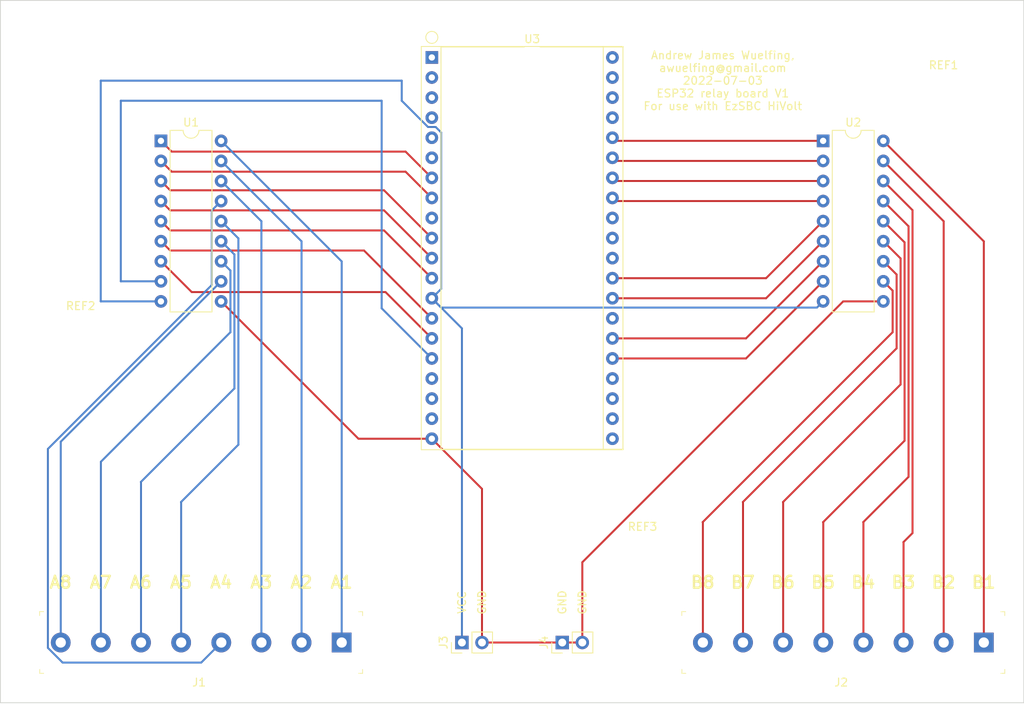
<source format=kicad_pcb>
(kicad_pcb (version 20211014) (generator pcbnew)
  (layers (0 "F.Cu" signal) (31 "B.Cu" signal) (34 "B.Paste" user) (35 "F.Paste" user) (36 "B.SilkS" user "B.Silkscreen") (37 "F.SilkS" user "F.Silkscreen") (38 "B.Mask" user) (39 "F.Mask" user) (44 "Edge.Cuts" user))
  (net 0 "")
  (net 1 "Net-(U1-Pad1)")
  (net 2 "Net-(U1-Pad2)")
  (net 3 "Net-(U1-Pad3)")
  (net 4 "Net-(U1-Pad4)")
  (net 5 "Net-(U1-Pad5)")
  (net 6 "Net-(U1-Pad6)")
  (net 7 "Net-(U1-Pad7)")
  (net 8 "Net-(U1-Pad8)")
  (net 9 "VCC")
  (net 10 "GND")
  (net 11 "Net-(J1-Pad8)")
  (net 12 "Net-(J1-Pad7)")
  (net 13 "Net-(J1-Pad6)")
  (net 14 "Net-(J1-Pad5)")
  (net 15 "Net-(J1-Pad4)")
  (net 16 "Net-(J1-Pad3)")
  (net 17 "Net-(J1-Pad2)")
  (net 18 "Net-(J1-Pad1)")
  (net 19 "Net-(U2-Pad1)")
  (net 20 "Net-(U2-Pad2)")
  (net 21 "Net-(U2-Pad3)")
  (net 22 "Net-(U2-Pad4)")
  (net 23 "Net-(U2-Pad5)")
  (net 24 "Net-(U2-Pad6)")
  (net 25 "Net-(U2-Pad7)")
  (net 26 "Net-(U2-Pad8)")
  (net 27 "Net-(J2-Pad8)")
  (net 28 "Net-(J2-Pad7)")
  (net 29 "Net-(J2-Pad6)")
  (net 30 "Net-(J2-Pad5)")
  (net 31 "Net-(J2-Pad4)")
  (net 32 "Net-(J2-Pad3)")
  (net 33 "Net-(J2-Pad2)")
  (net 34 "Net-(J2-Pad1)")
  (footprint "MountingHole:MountingHole_3.5mm" (layer "F.Cu") (at 142.24 60.96)
    (fp_text reference "REF1" (at 0 -4.5) (layer "F.SilkS"))
    (fp_text value "MountingHole_3.5mm")
    (pad "" np_thru_hole circle (at 0 0) (size 3.5 3.5) (drill 3.5) (layers *.Cu *.Mask))
  )
  (footprint "Package_DIP:DIP-18_W7.62mm" (layer "F.Cu") (at 127 66.04)
    (fp_text reference "U2" (at 3.81 -2.33) (layer "F.SilkS"))
    (fp_text value "UDN2981A")
    (fp_line (start 6.46 -1.33) (end 4.81 -1.33) (layer "F.SilkS") (width 0.12))
    (fp_line (start 1.16 21.65) (end 6.46 21.65) (layer "F.SilkS") (width 0.12))
    (fp_line (start 2.81 -1.33) (end 1.16 -1.33) (layer "F.SilkS") (width 0.12))
    (fp_line (start 1.16 -1.33) (end 1.16 21.65) (layer "F.SilkS") (width 0.12))
    (fp_line (start 6.46 21.65) (end 6.46 -1.33) (layer "F.SilkS") (width 0.12))
    (fp_arc (start 4.81 -1.33) (mid 3.81 -0.33) (end 2.81 -1.33) (layer "F.SilkS") (width 0.12))
    (pad "1" thru_hole rect (at 0 0) (size 1.6 1.6) (drill 0.8) (layers *.Cu *.Mask) (net 19 "Net-(U2-Pad1)"))
    (pad "2" thru_hole oval (at 0 2.54) (size 1.6 1.6) (drill 0.8) (layers *.Cu *.Mask) (net 20 "Net-(U2-Pad2)"))
    (pad "3" thru_hole oval (at 0 5.08) (size 1.6 1.6) (drill 0.8) (layers *.Cu *.Mask) (net 21 "Net-(U2-Pad3)"))
    (pad "4" thru_hole oval (at 0 7.62) (size 1.6 1.6) (drill 0.8) (layers *.Cu *.Mask) (net 22 "Net-(U2-Pad4)"))
    (pad "5" thru_hole oval (at 0 10.16) (size 1.6 1.6) (drill 0.8) (layers *.Cu *.Mask) (net 23 "Net-(U2-Pad5)"))
    (pad "6" thru_hole oval (at 0 12.7) (size 1.6 1.6) (drill 0.8) (layers *.Cu *.Mask) (net 24 "Net-(U2-Pad6)"))
    (pad "7" thru_hole oval (at 0 15.24) (size 1.6 1.6) (drill 0.8) (layers *.Cu *.Mask) (net 25 "Net-(U2-Pad7)"))
    (pad "8" thru_hole oval (at 0 17.78) (size 1.6 1.6) (drill 0.8) (layers *.Cu *.Mask) (net 26 "Net-(U2-Pad8)"))
    (pad "9" thru_hole oval (at 0 20.32) (size 1.6 1.6) (drill 0.8) (layers *.Cu *.Mask) (net 9 "VCC"))
    (pad "10" thru_hole oval (at 7.62 20.32) (size 1.6 1.6) (drill 0.8) (layers *.Cu *.Mask) (net 10 "GND"))
    (pad "11" thru_hole oval (at 7.62 17.78) (size 1.6 1.6) (drill 0.8) (layers *.Cu *.Mask) (net 27 "Net-(J2-Pad8)"))
    (pad "12" thru_hole oval (at 7.62 15.24) (size 1.6 1.6) (drill 0.8) (layers *.Cu *.Mask) (net 28 "Net-(J2-Pad7)"))
    (pad "13" thru_hole oval (at 7.62 12.7) (size 1.6 1.6) (drill 0.8) (layers *.Cu *.Mask) (net 29 "Net-(J2-Pad6)"))
    (pad "14" thru_hole oval (at 7.62 10.16) (size 1.6 1.6) (drill 0.8) (layers *.Cu *.Mask) (net 30 "Net-(J2-Pad5)"))
    (pad "15" thru_hole oval (at 7.62 7.62) (size 1.6 1.6) (drill 0.8) (layers *.Cu *.Mask) (net 31 "Net-(J2-Pad4)"))
    (pad "16" thru_hole oval (at 7.62 5.08) (size 1.6 1.6) (drill 0.8) (layers *.Cu *.Mask) (net 32 "Net-(J2-Pad3)"))
    (pad "17" thru_hole oval (at 7.62 2.54) (size 1.6 1.6) (drill 0.8) (layers *.Cu *.Mask) (net 33 "Net-(J2-Pad2)"))
    (pad "18" thru_hole oval (at 7.62 0) (size 1.6 1.6) (drill 0.8) (layers *.Cu *.Mask) (net 34 "Net-(J2-Pad1)"))
  )
  (footprint "Library:40pin 9row" (layer "F.Cu") (at 77.47 55.4835)
    (fp_text reference "U3" (at 12.7 -2.33) (layer "F.SilkS"))
    (fp_text value "EzSBC ESP32 HP dev board")
    (fp_line (start 24.24 -1.33) (end 13.7 -1.33) (layer "F.SilkS") (width 0.12))
    (fp_line (start 24.19 -1.39) (end -1.33 -1.39) (layer "F.SilkS") (width 0.12))
    (fp_line (start 1.16 -1.33) (end 1.16 49.59) (layer "F.SilkS") (width 0.12))
    (fp_line (start 24.19 49.65) (end 24.19 -1.39) (layer "F.SilkS") (width 0.12))
    (fp_line (start 1.16 49.59) (end 24.24 49.59) (layer "F.SilkS") (width 0.12))
    (fp_line (start 11.7 -1.33) (end 1.16 -1.33) (layer "F.SilkS") (width 0.12))
    (fp_line (start 21.7 49.59) (end 21.7 -1.33) (layer "F.SilkS") (width 0.12))
    (fp_line (start -1.33 -1.39) (end -1.33 49.65) (layer "F.SilkS") (width 0.12))
    (fp_line (start -1.33 49.65) (end 24.19 49.65) (layer "F.SilkS") (width 0.12))
    (fp_circle (center 0 -2.54) (end 0.762 -2.54) (layer "F.SilkS") (width 0.12) (fill none))
    (pad "1" thru_hole rect (at 0 0) (size 1.6 1.6) (drill 0.8) (layers *.Cu *.Mask))
    (pad "2" thru_hole oval (at 0 2.54) (size 1.6 1.6) (drill 0.8) (layers *.Cu *.Mask))
    (pad "3" thru_hole oval (at 0 5.08) (size 1.6 1.6) (drill 0.8) (layers *.Cu *.Mask))
    (pad "4" thru_hole oval (at 0 7.62) (size 1.6 1.6) (drill 0.8) (layers *.Cu *.Mask))
    (pad "5" thru_hole oval (at 0 10.16) (size 1.6 1.6) (drill 0.8) (layers *.Cu *.Mask))
    (pad "6" thru_hole oval (at 0 12.7) (size 1.6 1.6) (drill 0.8) (layers *.Cu *.Mask))
    (pad "7" thru_hole oval (at 0 15.24) (size 1.6 1.6) (drill 0.8) (layers *.Cu *.Mask) (net 1 "Net-(U1-Pad1)"))
    (pad "8" thru_hole oval (at 0 17.78) (size 1.6 1.6) (drill 0.8) (layers *.Cu *.Mask) (net 2 "Net-(U1-Pad2)"))
    (pad "9" thru_hole oval (at 0 20.32) (size 1.6 1.6) (drill 0.8) (layers *.Cu *.Mask))
    (pad "10" thru_hole oval (at 0 22.86) (size 1.6 1.6) (drill 0.8) (layers *.Cu *.Mask) (net 3 "Net-(U1-Pad3)"))
    (pad "11" thru_hole oval (at 0 25.4) (size 1.6 1.6) (drill 0.8) (layers *.Cu *.Mask) (net 4 "Net-(U1-Pad4)"))
    (pad "12" thru_hole oval (at 0 27.94) (size 1.6 1.6) (drill 0.8) (layers *.Cu *.Mask) (net 5 "Net-(U1-Pad5)"))
    (pad "13" thru_hole oval (at 0 30.48) (size 1.6 1.6) (drill 0.8) (layers *.Cu *.Mask) (net 9 "VCC"))
    (pad "14" thru_hole oval (at 0 33.02) (size 1.6 1.6) (drill 0.8) (layers *.Cu *.Mask) (net 6 "Net-(U1-Pad6)"))
    (pad "15" thru_hole oval (at 0 35.56) (size 1.6 1.6) (drill 0.8) (layers *.Cu *.Mask) (net 7 "Net-(U1-Pad7)"))
    (pad "16" thru_hole oval (at 0 38.1) (size 1.6 1.6) (drill 0.8) (layers *.Cu *.Mask) (net 8 "Net-(U1-Pad8)"))
    (pad "17" thru_hole oval (at 0 40.64) (size 1.6 1.6) (drill 0.8) (layers *.Cu *.Mask))
    (pad "18" thru_hole oval (at 0 43.18) (size 1.6 1.6) (drill 0.8) (layers *.Cu *.Mask))
    (pad "19" thru_hole oval (at 0 45.72) (size 1.6 1.6) (drill 0.8) (layers *.Cu *.Mask))
    (pad "20" thru_hole oval (at 0 48.26) (size 1.6 1.6) (drill 0.8) (layers *.Cu *.Mask) (net 10 "GND"))
    (pad "21" thru_hole oval (at 22.86 48.26) (size 1.6 1.6) (drill 0.8) (layers *.Cu *.Mask))
    (pad "22" thru_hole oval (at 22.86 45.72) (size 1.6 1.6) (drill 0.8) (layers *.Cu *.Mask))
    (pad "23" thru_hole oval (at 22.86 43.18) (size 1.6 1.6) (drill 0.8) (layers *.Cu *.Mask))
    (pad "24" thru_hole oval (at 22.86 40.64) (size 1.6 1.6) (drill 0.8) (layers *.Cu *.Mask))
    (pad "25" thru_hole oval (at 22.86 38.1) (size 1.6 1.6) (drill 0.8) (layers *.Cu *.Mask) (net 26 "Net-(U2-Pad8)"))
    (pad "26" thru_hole oval (at 22.86 35.56) (size 1.6 1.6) (drill 0.8) (layers *.Cu *.Mask) (net 25 "Net-(U2-Pad7)"))
    (pad "27" thru_hole oval (at 22.86 33.02) (size 1.6 1.6) (drill 0.8) (layers *.Cu *.Mask))
    (pad "28" thru_hole oval (at 22.86 30.48) (size 1.6 1.6) (drill 0.8) (layers *.Cu *.Mask) (net 24 "Net-(U2-Pad6)"))
    (pad "29" thru_hole oval (at 22.86 27.94) (size 1.6 1.6) (drill 0.8) (layers *.Cu *.Mask) (net 23 "Net-(U2-Pad5)"))
    (pad "30" thru_hole oval (at 22.86 25.4) (size 1.6 1.6) (drill 0.8) (layers *.Cu *.Mask))
    (pad "31" thru_hole oval (at 22.86 22.86) (size 1.6 1.6) (drill 0.8) (layers *.Cu *.Mask))
    (pad "32" thru_hole oval (at 22.86 20.32) (size 1.6 1.6) (drill 0.8) (layers *.Cu *.Mask))
    (pad "33" thru_hole oval (at 22.86 17.78) (size 1.6 1.6) (drill 0.8) (layers *.Cu *.Mask) (net 22 "Net-(U2-Pad4)"))
    (pad "34" thru_hole oval (at 22.86 15.24) (size 1.6 1.6) (drill 0.8) (layers *.Cu *.Mask) (net 21 "Net-(U2-Pad3)"))
    (pad "35" thru_hole oval (at 22.86 12.7) (size 1.6 1.6) (drill 0.8) (layers *.Cu *.Mask) (net 20 "Net-(U2-Pad2)"))
    (pad "36" thru_hole oval (at 22.86 10.16) (size 1.6 1.6) (drill 0.8) (layers *.Cu *.Mask) (net 19 "Net-(U2-Pad1)"))
    (pad "37" thru_hole oval (at 22.86 7.62) (size 1.6 1.6) (drill 0.8) (layers *.Cu *.Mask))
    (pad "38" thru_hole oval (at 22.86 5.08) (size 1.6 1.6) (drill 0.8) (layers *.Cu *.Mask))
    (pad "39" thru_hole oval (at 22.86 2.54) (size 1.6 1.6) (drill 0.8) (layers *.Cu *.Mask))
    (pad "40" thru_hole oval (at 22.86 0) (size 1.6 1.6) (drill 0.8) (layers *.Cu *.Mask))
  )
  (footprint "digikey-footprints:Term_Block_1x8_P5.08mm" (layer "F.Cu") (at 147.34 129.54 180)
    (fp_text reference "J2" (at 18.05 -5.05) (layer "F.SilkS"))
    (fp_text value "Screw_Terminal_01x08")
    (fp_line (start -2.65 3.4) (end -2.65 3.9) (layer "F.SilkS") (width 0.1))
    (fp_line (start 38.22 -3.9) (end 37.72 -3.9) (layer "F.SilkS") (width 0.1))
    (fp_line (start 38.22 -3.9) (end 38.22 -3.4) (layer "F.SilkS") (width 0.1))
    (fp_line (start -2.65 -3.9) (end -2.15 -3.9) (layer "F.SilkS") (width 0.1))
    (fp_line (start -2.65 -3.9) (end -2.65 -3.4) (layer "F.SilkS") (width 0.1))
    (fp_line (start -2.65 3.9) (end -2.15 3.9) (layer "F.SilkS") (width 0.1))
    (fp_line (start 38.23 3.41) (end 38.23 3.91) (layer "F.SilkS") (width 0.1))
    (fp_line (start 38.23 3.91) (end 37.73 3.91) (layer "F.SilkS") (width 0.1))
    (pad "1" thru_hole rect locked (at 0 0 180) (size 2.5 2.5) (drill 1.3) (layers *.Cu *.Mask) (net 34 "Net-(J2-Pad1)"))
    (pad "2" thru_hole circle locked (at 5.08 0 180) (size 2.5 2.5) (drill 1.3) (layers *.Cu *.Mask) (net 33 "Net-(J2-Pad2)"))
    (pad "3" thru_hole circle locked (at 10.16 0 180) (size 2.5 2.5) (drill 1.3) (layers *.Cu *.Mask) (net 32 "Net-(J2-Pad3)"))
    (pad "4" thru_hole circle locked (at 15.24 0 180) (size 2.5 2.5) (drill 1.3) (layers *.Cu *.Mask) (net 31 "Net-(J2-Pad4)"))
    (pad "5" thru_hole circle locked (at 20.32 0 180) (size 2.5 2.5) (drill 1.3) (layers *.Cu *.Mask) (net 30 "Net-(J2-Pad5)"))
    (pad "6" thru_hole circle locked (at 25.4 0 180) (size 2.5 2.5) (drill 1.3) (layers *.Cu *.Mask) (net 29 "Net-(J2-Pad6)"))
    (pad "7" thru_hole circle locked (at 30.48 0 180) (size 2.5 2.5) (drill 1.3) (layers *.Cu *.Mask) (net 28 "Net-(J2-Pad7)"))
    (pad "8" thru_hole circle locked (at 35.56 0 180) (size 2.5 2.5) (drill 1.3) (layers *.Cu *.Mask) (net 27 "Net-(J2-Pad8)"))
  )
  (footprint "MountingHole:MountingHole_3.5mm" (layer "F.Cu") (at 104.14 119.38)
    (fp_text reference "REF3" (at 0 -4.5) (layer "F.SilkS"))
    (fp_text value "MountingHole_3.5mm")
    (pad "" np_thru_hole circle (at 0 0) (size 3.5 3.5) (drill 3.5) (layers *.Cu *.Mask))
  )
  (footprint "digikey-footprints:Term_Block_1x8_P5.08mm" (layer "F.Cu") (at 66.06 129.54 180)
    (fp_text reference "J1" (at 18.05 -5.05) (layer "F.SilkS"))
    (fp_text value "Screw_Terminal_01x08")
    (fp_line (start -2.65 -3.9) (end -2.15 -3.9) (layer "F.SilkS") (width 0.1))
    (fp_line (start -2.65 3.4) (end -2.65 3.9) (layer "F.SilkS") (width 0.1))
    (fp_line (start 38.23 3.41) (end 38.23 3.91) (layer "F.SilkS") (width 0.1))
    (fp_line (start 38.22 -3.9) (end 38.22 -3.4) (layer "F.SilkS") (width 0.1))
    (fp_line (start -2.65 -3.9) (end -2.65 -3.4) (layer "F.SilkS") (width 0.1))
    (fp_line (start 38.23 3.91) (end 37.73 3.91) (layer "F.SilkS") (width 0.1))
    (fp_line (start 38.22 -3.9) (end 37.72 -3.9) (layer "F.SilkS") (width 0.1))
    (fp_line (start -2.65 3.9) (end -2.15 3.9) (layer "F.SilkS") (width 0.1))
    (pad "1" thru_hole rect locked (at 0 0 180) (size 2.5 2.5) (drill 1.3) (layers *.Cu *.Mask) (net 18 "Net-(J1-Pad1)"))
    (pad "2" thru_hole circle locked (at 5.08 0 180) (size 2.5 2.5) (drill 1.3) (layers *.Cu *.Mask) (net 17 "Net-(J1-Pad2)"))
    (pad "3" thru_hole circle locked (at 10.16 0 180) (size 2.5 2.5) (drill 1.3) (layers *.Cu *.Mask) (net 16 "Net-(J1-Pad3)"))
    (pad "4" thru_hole circle locked (at 15.24 0 180) (size 2.5 2.5) (drill 1.3) (layers *.Cu *.Mask) (net 15 "Net-(J1-Pad4)"))
    (pad "5" thru_hole circle locked (at 20.32 0 180) (size 2.5 2.5) (drill 1.3) (layers *.Cu *.Mask) (net 14 "Net-(J1-Pad5)"))
    (pad "6" thru_hole circle locked (at 25.4 0 180) (size 2.5 2.5) (drill 1.3) (layers *.Cu *.Mask) (net 13 "Net-(J1-Pad6)"))
    (pad "7" thru_hole circle locked (at 30.48 0 180) (size 2.5 2.5) (drill 1.3) (layers *.Cu *.Mask) (net 12 "Net-(J1-Pad7)"))
    (pad "8" thru_hole circle locked (at 35.56 0 180) (size 2.5 2.5) (drill 1.3) (layers *.Cu *.Mask) (net 11 "Net-(J1-Pad8)"))
  )
  (footprint "MountingHole:MountingHole_3.5mm" (layer "F.Cu") (at 33.02 91.44)
    (fp_text reference "REF2" (at 0 -4.5) (layer "F.SilkS"))
    (fp_text value "MountingHole_3.5mm")
    (pad "" np_thru_hole circle (at 0 0) (size 3.5 3.5) (drill 3.5) (layers *.Cu *.Mask))
  )
  (footprint "Package_DIP:DIP-18_W7.62mm" (layer "F.Cu") (at 43.18 66.04)
    (fp_text reference "U1" (at 3.81 -2.33) (layer "F.SilkS"))
    (fp_text value "UDN2981A")
    (fp_line (start 6.46 -1.33) (end 4.81 -1.33) (layer "F.SilkS") (width 0.12))
    (fp_line (start 2.81 -1.33) (end 1.16 -1.33) (layer "F.SilkS") (width 0.12))
    (fp_line (start 1.16 -1.33) (end 1.16 21.65) (layer "F.SilkS") (width 0.12))
    (fp_line (start 6.46 21.65) (end 6.46 -1.33) (layer "F.SilkS") (width 0.12))
    (fp_line (start 1.16 21.65) (end 6.46 21.65) (layer "F.SilkS") (width 0.12))
    (fp_arc (start 4.81 -1.33) (mid 3.81 -0.33) (end 2.81 -1.33) (layer "F.SilkS") (width 0.12))
    (pad "1" thru_hole rect (at 0 0) (size 1.6 1.6) (drill 0.8) (layers *.Cu *.Mask) (net 1 "Net-(U1-Pad1)"))
    (pad "2" thru_hole oval (at 0 2.54) (size 1.6 1.6) (drill 0.8) (layers *.Cu *.Mask) (net 2 "Net-(U1-Pad2)"))
    (pad "3" thru_hole oval (at 0 5.08) (size 1.6 1.6) (drill 0.8) (layers *.Cu *.Mask) (net 3 "Net-(U1-Pad3)"))
    (pad "4" thru_hole oval (at 0 7.62) (size 1.6 1.6) (drill 0.8) (layers *.Cu *.Mask) (net 4 "Net-(U1-Pad4)"))
    (pad "5" thru_hole oval (at 0 10.16) (size 1.6 1.6) (drill 0.8) (layers *.Cu *.Mask) (net 5 "Net-(U1-Pad5)"))
    (pad "6" thru_hole oval (at 0 12.7) (size 1.6 1.6) (drill 0.8) (layers *.Cu *.Mask) (net 6 "Net-(U1-Pad6)"))
    (pad "7" thru_hole oval (at 0 15.24) (size 1.6 1.6) (drill 0.8) (layers *.Cu *.Mask) (net 7 "Net-(U1-Pad7)"))
    (pad "8" thru_hole oval (at 0 17.78) (size 1.6 1.6) (drill 0.8) (layers *.Cu *.Mask) (net 8 "Net-(U1-Pad8)"))
    (pad "9" thru_hole oval (at 0 20.32) (size 1.6 1.6) (drill 0.8) (layers *.Cu *.Mask) (net 9 "VCC"))
    (pad "10" thru_hole oval (at 7.62 20.32) (size 1.6 1.6) (drill 0.8) (layers *.Cu *.Mask) (net 10 "GND"))
    (pad "11" thru_hole oval (at 7.62 17.78) (size 1.6 1.6) (drill 0.8) (layers *.Cu *.Mask) (net 11 "Net-(J1-Pad8)"))
    (pad "12" thru_hole oval (at 7.62 15.24) (size 1.6 1.6) (drill 0.8) (layers *.Cu *.Mask) (net 12 "Net-(J1-Pad7)"))
    (pad "13" thru_hole oval (at 7.62 12.7) (size 1.6 1.6) (drill 0.8) (layers *.Cu *.Mask) (net 13 "Net-(J1-Pad6)"))
    (pad "14" thru_hole oval (at 7.62 10.16) (size 1.6 1.6) (drill 0.8) (layers *.Cu *.Mask) (net 14 "Net-(J1-Pad5)"))
    (pad "15" thru_hole oval (at 7.62 7.62) (size 1.6 1.6) (drill 0.8) (layers *.Cu *.Mask) (net 15 "Net-(J1-Pad4)"))
    (pad "16" thru_hole oval (at 7.62 5.08) (size 1.6 1.6) (drill 0.8) (layers *.Cu *.Mask) (net 16 "Net-(J1-Pad3)"))
    (pad "17" thru_hole oval (at 7.62 2.54) (size 1.6 1.6) (drill 0.8) (layers *.Cu *.Mask) (net 17 "Net-(J1-Pad2)"))
    (pad "18" thru_hole oval (at 7.62 0) (size 1.6 1.6) (drill 0.8) (layers *.Cu *.Mask) (net 18 "Net-(J1-Pad1)"))
  )
  (footprint "Connector_PinHeader_2.54mm:PinHeader_1x02_P2.54mm_Vertical" (layer "F.Cu") (at 81.28 129.54 90)
    (fp_text reference "J3" (at 0 -2.33 90) (layer "F.SilkS"))
    (fp_text value "Screw_Terminal_01x02")
    (fp_line (start -1.33 3.87) (end 1.33 3.87) (layer "F.SilkS") (width 0.12))
    (fp_line (start -1.33 -1.33) (end 0 -1.33) (layer "F.SilkS") (width 0.12))
    (fp_line (start -1.33 1.27) (end 1.33 1.27) (layer "F.SilkS") (width 0.12))
    (fp_line (start -1.33 0) (end -1.33 -1.33) (layer "F.SilkS") (width 0.12))
    (fp_line (start 1.33 1.27) (end 1.33 3.87) (layer "F.SilkS") (width 0.12))
    (fp_line (start -1.33 1.27) (end -1.33 3.87) (layer "F.SilkS") (width 0.12))
    (pad "1" thru_hole rect (at 0 0 90) (size 1.7 1.7) (drill 1) (layers *.Cu *.Mask) (net 9 "VCC"))
    (pad "2" thru_hole oval (at 0 2.54 90) (size 1.7 1.7) (drill 1) (layers *.Cu *.Mask) (net 10 "GND"))
  )
  (footprint "Connector_PinHeader_2.54mm:PinHeader_1x02_P2.54mm_Vertical" (layer "F.Cu") (at 93.98 129.54 90)
    (fp_text reference "J4" (at 0 -2.33 90) (layer "F.SilkS"))
    (fp_text value "Screw_Terminal_01x02")
    (fp_line (start -1.33 -1.33) (end 0 -1.33) (layer "F.SilkS") (width 0.12))
    (fp_line (start -1.33 3.87) (end 1.33 3.87) (layer "F.SilkS") (width 0.12))
    (fp_line (start 1.33 1.27) (end 1.33 3.87) (layer "F.SilkS") (width 0.12))
    (fp_line (start -1.33 1.27) (end -1.33 3.87) (layer "F.SilkS") (width 0.12))
    (fp_line (start -1.33 1.27) (end 1.33 1.27) (layer "F.SilkS") (width 0.12))
    (fp_line (start -1.33 0) (end -1.33 -1.33) (layer "F.SilkS") (width 0.12))
    (pad "1" thru_hole rect (at 0 0 90) (size 1.7 1.7) (drill 1) (layers *.Cu *.Mask) (net 10 "GND"))
    (pad "2" thru_hole oval (at 0 2.54 90) (size 1.7 1.7) (drill 1) (layers *.Cu *.Mask) (net 10 "GND"))
  )
  (gr_line (start 152.4 137.16) (end 152.4 48.26) (layer "Edge.Cuts") (width 0.1))
  (gr_line (start 22.86 137.16) (end 152.4 137.16) (layer "Edge.Cuts") (width 0.1))
  (gr_line (start 22.86 48.26) (end 22.86 137.16) (layer "Edge.Cuts") (width 0.1))
  (gr_line (start 152.4 48.26) (end 22.86 48.26) (layer "Edge.Cuts") (width 0.1))
  (gr_line (start 152.4 137.16) (end 152.4 137.16) (layer "Edge.Cuts") (width 0.1))
  (gr_text "B3" (at 137.16 121.92) (layer "F.SilkS") (effects (font (size 1.5 1.5) (thickness 0.3))))
  (gr_text "GND" (at 83.82 124.46 90) (layer "F.SilkS") (effects (font (size 1 1))))
  (gr_text "B7" (at 116.84 121.92) (layer "F.SilkS") (effects (font (size 1.5 1.5) (thickness 0.3))))
  (gr_text "A4" (at 50.8 121.92) (layer "F.SilkS") (effects (font (size 1.5 1.5) (thickness 0.3))))
  (gr_text "VCC" (at 81.28 124.46 90) (layer "F.SilkS") (effects (font (size 1 1))))
  (gr_text "A3" (at 55.88 121.92) (layer "F.SilkS") (effects (font (size 1.5 1.5) (thickness 0.3))))
  (gr_text "B1" (at 147.32 121.92) (layer "F.SilkS") (effects (font (size 1.5 1.5) (thickness 0.3))))
  (gr_text "GND" (at 93.98 124.46 90) (layer "F.SilkS") (effects (font (size 1 1))))
  (gr_text "B5" (at 127 121.92) (layer "F.SilkS") (effects (font (size 1.5 1.5) (thickness 0.3))))
  (gr_text "A2" (at 60.96 121.92) (layer "F.SilkS") (effects (font (size 1.5 1.5) (thickness 0.3))))
  (gr_text "B8" (at 111.76 121.92) (layer "F.SilkS") (effects (font (size 1.5 1.5) (thickness 0.3))))
  (gr_text "A7" (at 35.56 121.92) (layer "F.SilkS") (effects (font (size 1.5 1.5) (thickness 0.3))))
  (gr_text "A5" (at 45.72 121.92) (layer "F.SilkS") (effects (font (size 1.5 1.5) (thickness 0.3))))
  (gr_text "B4" (at 132.08 121.92) (layer "F.SilkS") (effects (font (size 1.5 1.5) (thickness 0.3))))
  (gr_text "Andrew James Wuelfing,\nawuelfing@gmail.com\n2022-07-03\nESP32 relay board V1\nFor use with EzSBC HiVolt" (at 114.3 58.42) (layer "F.SilkS") (effects (font (size 1 1))))
  (gr_text "A6" (at 40.64 121.92) (layer "F.SilkS") (effects (font (size 1.5 1.5) (thickness 0.3))))
  (gr_text "A8" (at 30.48 121.92) (layer "F.SilkS") (effects (font (size 1.5 1.5) (thickness 0.3))))
  (gr_text "GND" (at 96.52 124.46 90) (layer "F.SilkS") (effects (font (size 1 1))))
  (gr_text "B2" (at 142.24 121.92) (layer "F.SilkS") (effects (font (size 1.5 1.5) (thickness 0.3))))
  (gr_text "A1" (at 66.04 121.92) (layer "F.SilkS") (effects (font (size 1.5 1.5) (thickness 0.3))))
  (gr_text "B6" (at 121.92 121.92) (layer "F.SilkS") (effects (font (size 1.5 1.5) (thickness 0.3))))
  (segment (start 74.147989 67.401489) (end 44.541489 67.401489) (width 0.25) (layer "F.Cu") (net 1))
  (segment (start 44.541489 67.401489) (end 43.18 66.04) (width 0.25) (layer "F.Cu") (net 1))
  (segment (start 77.47 70.7235) (end 74.147989 67.401489) (width 0.25) (layer "F.Cu") (net 1))
  (segment (start 44.541489 69.941489) (end 43.18 68.58) (width 0.25) (layer "F.Cu") (net 2))
  (segment (start 74.147989 69.941489) (end 44.541489 69.941489) (width 0.25) (layer "F.Cu") (net 2))
  (segment (start 77.47 73.2635) (end 74.147989 69.941489) (width 0.25) (layer "F.Cu") (net 2))
  (segment (start 77.47 78.3435) (end 71.425011 72.298511) (width 0.25) (layer "F.Cu") (net 3))
  (segment (start 71.425011 72.298511) (end 44.358511 72.298511) (width 0.25) (layer "F.Cu") (net 3))
  (segment (start 44.358511 72.298511) (end 43.18 71.12) (width 0.25) (layer "F.Cu") (net 3))
  (segment (start 44.358511 74.838511) (end 43.18 73.66) (width 0.25) (layer "F.Cu") (net 4))
  (segment (start 77.47 80.8835) (end 71.425011 74.838511) (width 0.25) (layer "F.Cu") (net 4))
  (segment (start 71.425011 74.838511) (end 44.358511 74.838511) (width 0.25) (layer "F.Cu") (net 4))
  (segment (start 71.425011 77.378511) (end 44.358511 77.378511) (width 0.25) (layer "F.Cu") (net 5))
  (segment (start 77.47 83.4235) (end 71.425011 77.378511) (width 0.25) (layer "F.Cu") (net 5))
  (segment (start 44.358511 77.378511) (end 43.18 76.2) (width 0.25) (layer "F.Cu") (net 5))
  (segment (start 44.358511 79.918511) (end 43.18 78.74) (width 0.25) (layer "F.Cu") (net 6))
  (segment (start 77.47 88.5035) (end 68.885011 79.918511) (width 0.25) (layer "F.Cu") (net 6))
  (segment (start 68.885011 79.918511) (end 44.358511 79.918511) (width 0.25) (layer "F.Cu") (net 6))
  (segment (start 77.47 91.0435) (end 71.607989 85.181489) (width 0.25) (layer "F.Cu") (net 7))
  (segment (start 71.607989 85.181489) (end 47.081489 85.181489) (width 0.25) (layer "F.Cu") (net 7))
  (segment (start 47.081489 85.181489) (end 43.18 81.28) (width 0.25) (layer "F.Cu") (net 7))
  (segment (start 71.12 60.96) (end 38.1 60.96) (width 0.25) (layer "B.Cu") (net 8))
  (segment (start 77.47 93.5835) (end 71.12 87.2335) (width 0.25) (layer "B.Cu") (net 8))
  (segment (start 38.1 83.82) (end 43.18 83.82) (width 0.25) (layer "B.Cu") (net 8))
  (segment (start 71.12 87.2335) (end 71.12 60.96) (width 0.25) (layer "B.Cu") (net 8))
  (segment (start 38.1 60.96) (end 38.1 83.82) (width 0.25) (layer "B.Cu") (net 8))
  (segment (start 81.28 89.7735) (end 77.47 85.9635) (width 0.25) (layer "B.Cu") (net 9))
  (segment (start 78.648511 84.784989) (end 77.47 85.9635) (width 0.25) (layer "B.Cu") (net 9))
  (segment (start 73.66 60.960167) (end 76.981844 64.282011) (width 0.25) (layer "B.Cu") (net 9))
  (segment (start 35.56 86.36) (end 35.56 58.42) (width 0.25) (layer "B.Cu") (net 9))
  (segment (start 43.18 86.36) (end 35.56 86.36) (width 0.25) (layer "B.Cu") (net 9))
  (segment (start 77.47 85.9635) (end 78.648511 87.142011) (width 0.25) (layer "B.Cu") (net 9))
  (segment (start 76.981844 64.282011) (end 77.958156 64.282011) (width 0.25) (layer "B.Cu") (net 9))
  (segment (start 77.958156 64.282011) (end 78.648511 64.972366) (width 0.25) (layer "B.Cu") (net 9))
  (segment (start 126.217989 87.142011) (end 127 86.36) (width 0.25) (layer "B.Cu") (net 9))
  (segment (start 35.56 58.42) (end 73.66 58.42) (width 0.25) (layer "B.Cu") (net 9))
  (segment (start 73.66 58.42) (end 73.66 60.960167) (width 0.25) (layer "B.Cu") (net 9))
  (segment (start 78.648511 87.142011) (end 126.217989 87.142011) (width 0.25) (layer "B.Cu") (net 9))
  (segment (start 78.648511 64.972366) (end 78.648511 84.784989) (width 0.25) (layer "B.Cu") (net 9))
  (segment (start 81.28 129.54) (end 81.28 89.7735) (width 0.25) (layer "B.Cu") (net 9))
  (segment (start 96.52 129.54) (end 93.98 129.54) (width 0.25) (layer "F.Cu") (net 10))
  (segment (start 93.98 129.54) (end 83.82 129.54) (width 0.25) (layer "F.Cu") (net 10))
  (segment (start 68.1835 103.7435) (end 50.8 86.36) (width 0.25) (layer "F.Cu") (net 10))
  (segment (start 129.54 86.36) (end 96.52 119.38) (width 0.25) (layer "F.Cu") (net 10))
  (segment (start 134.62 86.36) (end 129.54 86.36) (width 0.25) (layer "F.Cu") (net 10))
  (segment (start 83.82 110.0935) (end 77.47 103.7435) (width 0.25) (layer "F.Cu") (net 10))
  (segment (start 77.47 103.7435) (end 68.1835 103.7435) (width 0.25) (layer "F.Cu") (net 10))
  (segment (start 96.52 119.38) (end 96.52 129.54) (width 0.25) (layer "F.Cu") (net 10))
  (segment (start 83.82 129.54) (end 83.82 110.0935) (width 0.25) (layer "F.Cu") (net 10))
  (segment (start 30.5 104.12) (end 30.5 129.54) (width 0.25) (layer "B.Cu") (net 11))
  (segment (start 50.8 83.82) (end 30.5 104.12) (width 0.25) (layer "B.Cu") (net 11))
  (segment (start 50.8 81.28) (end 51.978511 82.458511) (width 0.25) (layer "B.Cu") (net 12))
  (segment (start 35.58 106.66) (end 35.58 129.54) (width 0.25) (layer "B.Cu") (net 12))
  (segment (start 51.978511 90.261489) (end 35.58 106.66) (width 0.25) (layer "B.Cu") (net 12))
  (segment (start 51.978511 82.458511) (end 51.978511 90.261489) (width 0.25) (layer "B.Cu") (net 12))
  (segment (start 40.64 109.22) (end 40.66 109.24) (width 0.25) (layer "B.Cu") (net 13))
  (segment (start 52.48203 97.37797) (end 40.64 109.22) (width 0.25) (layer "B.Cu") (net 13))
  (segment (start 52.48203 80.42203) (end 52.48203 97.37797) (width 0.25) (layer "B.Cu") (net 13))
  (segment (start 50.8 78.74) (end 52.48203 80.42203) (width 0.25) (layer "B.Cu") (net 13))
  (segment (start 40.66 109.24) (end 40.66 129.54) (width 0.25) (layer "B.Cu") (net 13))
  (segment (start 50.8 76.2) (end 52.985549 78.385549) (width 0.25) (layer "B.Cu") (net 14))
  (segment (start 45.74 111.78) (end 45.74 129.54) (width 0.25) (layer "B.Cu") (net 14))
  (segment (start 52.985549 104.494451) (end 45.72 111.76) (width 0.25) (layer "B.Cu") (net 14))
  (segment (start 45.72 111.76) (end 45.74 111.78) (width 0.25) (layer "B.Cu") (net 14))
  (segment (start 52.985549 78.385549) (end 52.985549 104.494451) (width 0.25) (layer "B.Cu") (net 14))
  (segment (start 49.621489 74.838511) (end 49.621489 84.286427) (width 0.25) (layer "B.Cu") (net 15))
  (segment (start 50.8 73.66) (end 49.621489 74.838511) (width 0.25) (layer "B.Cu") (net 15))
  (segment (start 49.621489 84.286427) (end 28.871489 105.036427) (width 0.25) (layer "B.Cu") (net 15))
  (segment (start 28.871489 105.036427) (end 28.871489 130.214552) (width 0.25) (layer "B.Cu") (net 15))
  (segment (start 30.736937 132.08) (end 48.28 132.08) (width 0.25) (layer "B.Cu") (net 15))
  (segment (start 28.871489 130.214552) (end 30.736937 132.08) (width 0.25) (layer "B.Cu") (net 15))
  (segment (start 48.28 132.08) (end 50.82 129.54) (width 0.25) (layer "B.Cu") (net 15))
  (segment (start 55.9 76.22) (end 55.9 129.54) (width 0.25) (layer "B.Cu") (net 16))
  (segment (start 50.8 71.12) (end 55.9 76.22) (width 0.25) (layer "B.Cu") (net 16))
  (segment (start 60.98 78.76) (end 60.98 129.54) (width 0.25) (layer "B.Cu") (net 17))
  (segment (start 50.8 68.58) (end 60.98 78.76) (width 0.25) (layer "B.Cu") (net 17))
  (segment (start 50.8 66.04) (end 66.06 81.3) (width 0.25) (layer "B.Cu") (net 18))
  (segment (start 66.06 81.3) (end 66.06 129.54) (width 0.25) (layer "B.Cu") (net 18))
  (segment (start 100.7265 66.04) (end 100.33 65.6435) (width 0.25) (layer "F.Cu") (net 19))
  (segment (start 127 66.04) (end 100.7265 66.04) (width 0.25) (layer "F.Cu") (net 19))
  (segment (start 127 68.58) (end 100.7265 68.58) (width 0.25) (layer "F.Cu") (net 20))
  (segment (start 100.7265 68.58) (end 100.33 68.1835) (width 0.25) (layer "F.Cu") (net 20))
  (segment (start 127 71.12) (end 100.7265 71.12) (width 0.25) (layer "F.Cu") (net 21))
  (segment (start 100.7265 71.12) (end 100.33 70.7235) (width 0.25) (layer "F.Cu") (net 21))
  (segment (start 100.7265 73.66) (end 100.33 73.2635) (width 0.25) (layer "F.Cu") (net 22))
  (segment (start 127 73.66) (end 100.7265 73.66) (width 0.25) (layer "F.Cu") (net 22))
  (segment (start 100.33 83.4235) (end 119.7765 83.4235) (width 0.25) (layer "F.Cu") (net 23))
  (segment (start 119.7765 83.4235) (end 127 76.2) (width 0.25) (layer "F.Cu") (net 23))
  (segment (start 119.7765 85.9635) (end 127 78.74) (width 0.25) (layer "F.Cu") (net 24))
  (segment (start 100.33 85.9635) (end 119.7765 85.9635) (width 0.25) (layer "F.Cu") (net 24))
  (segment (start 100.33 91.0435) (end 117.2365 91.0435) (width 0.25) (layer "F.Cu") (net 25))
  (segment (start 117.2365 91.0435) (end 127 81.28) (width 0.25) (layer "F.Cu") (net 25))
  (segment (start 100.33 93.5835) (end 117.2365 93.5835) (width 0.25) (layer "F.Cu") (net 26))
  (segment (start 117.2365 93.5835) (end 127 83.82) (width 0.25) (layer "F.Cu") (net 26))
  (segment (start 111.76 114.3) (end 111.78 114.32) (width 0.25) (layer "F.Cu") (net 27))
  (segment (start 111.78 114.32) (end 111.78 129.54) (width 0.25) (layer "F.Cu") (net 27))
  (segment (start 135.798511 90.261489) (end 111.76 114.3) (width 0.25) (layer "F.Cu") (net 27))
  (segment (start 135.798511 84.998511) (end 135.798511 90.261489) (width 0.25) (layer "F.Cu") (net 27))
  (segment (start 134.62 83.82) (end 135.798511 84.998511) (width 0.25) (layer "F.Cu") (net 27))
  (segment (start 136.30203 82.96203) (end 136.30203 92.29797) (width 0.25) (layer "F.Cu") (net 28))
  (segment (start 136.30203 92.29797) (end 116.84 111.76) (width 0.25) (layer "F.Cu") (net 28))
  (segment (start 116.84 111.76) (end 116.86 111.78) (width 0.25) (layer "F.Cu") (net 28))
  (segment (start 116.86 111.78) (end 116.86 129.54) (width 0.25) (layer "F.Cu") (net 28))
  (segment (start 134.62 81.28) (end 136.30203 82.96203) (width 0.25) (layer "F.Cu") (net 28))
  (segment (start 136.805549 96.874451) (end 121.92 111.76) (width 0.25) (layer "F.Cu") (net 29))
  (segment (start 121.94 111.78) (end 121.94 129.54) (width 0.25) (layer "F.Cu") (net 29))
  (segment (start 136.805549 80.925549) (end 136.805549 96.874451) (width 0.25) (layer "F.Cu") (net 29))
  (segment (start 121.92 111.76) (end 121.94 111.78) (width 0.25) (layer "F.Cu") (net 29))
  (segment (start 134.62 78.74) (end 136.805549 80.925549) (width 0.25) (layer "F.Cu") (net 29))
  (segment (start 137.309069 78.889069) (end 137.309069 103.990931) (width 0.25) (layer "F.Cu") (net 30))
  (segment (start 137.309069 103.990931) (end 127 114.3) (width 0.25) (layer "F.Cu") (net 30))
  (segment (start 134.62 76.2) (end 137.309069 78.889069) (width 0.25) (layer "F.Cu") (net 30))
  (segment (start 127 114.3) (end 127.02 114.32) (width 0.25) (layer "F.Cu") (net 30))
  (segment (start 127.02 114.32) (end 127.02 129.54) (width 0.25) (layer "F.Cu") (net 30))
  (segment (start 137.812588 76.852588) (end 137.812588 108.567412) (width 0.25) (layer "F.Cu") (net 31))
  (segment (start 132.1 114.32) (end 132.1 129.54) (width 0.25) (layer "F.Cu") (net 31))
  (segment (start 134.62 73.66) (end 137.812588 76.852588) (width 0.25) (layer "F.Cu") (net 31))
  (segment (start 137.812588 108.567412) (end 132.08 114.3) (width 0.25) (layer "F.Cu") (net 31))
  (segment (start 132.08 114.3) (end 132.1 114.32) (width 0.25) (layer "F.Cu") (net 31))
  (segment (start 138.316107 115.683893) (end 137.16 116.84) (width 0.25) (layer "F.Cu") (net 32))
  (segment (start 137.16 116.84) (end 137.18 116.86) (width 0.25) (layer "F.Cu") (net 32))
  (segment (start 137.18 116.86) (end 137.18 129.54) (width 0.25) (layer "F.Cu") (net 32))
  (segment (start 138.316107 74.816107) (end 138.316107 115.683893) (width 0.25) (layer "F.Cu") (net 32))
  (segment (start 134.62 71.12) (end 138.316107 74.816107) (width 0.25) (layer "F.Cu") (net 32))
  (segment (start 134.62 68.58) (end 142.26 76.22) (width 0.25) (layer "F.Cu") (net 33))
  (segment (start 142.26 76.22) (end 142.26 129.54) (width 0.25) (layer "F.Cu") (net 33))
  (segment (start 147.34 78.76) (end 134.62 66.04) (width 0.25) (layer "F.Cu") (net 34))
  (segment (start 147.34 129.54) (end 147.34 78.76) (width 0.25) (layer "F.Cu") (net 34))
)
</source>
